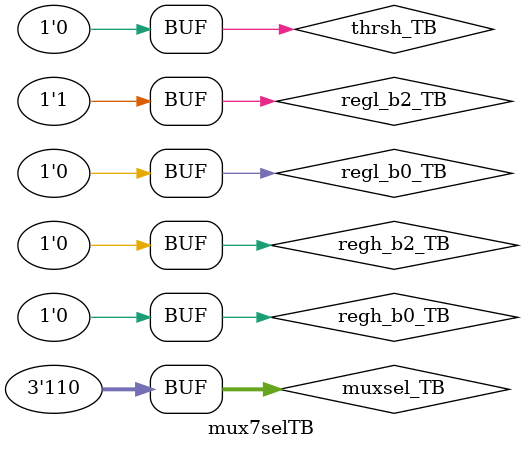
<source format=sv>
`timescale 1ns / 1ps


module mux7selTB();
    logic regl_b2_TB;
    logic regh_b2_TB;
    logic regl_b0_TB;
    logic regh_b0_TB;
    logic thrsh_TB;
    logic [2:0] muxsel_TB;
    logic selout_TB;
    
    mux7sel UUT ( .regl_b2(regl_b2_TB), .regh_b2(regh_b2_TB), .regl_b0(regl_b0_TB), .regh_b0(regh_b0_TB), .thrsh(thrsh_TB), .muxsel(muxsel_TB), .selout(selout_TB));

always begin
    
    // selecting 0(000) here so we expect output of 0
    #10  regl_b2_TB = 1'b0;
    regh_b2_TB = 1'b0;
    regl_b0_TB = 1'b0;
    regh_b0_TB = 1'b0;
    thrsh_TB = 1'b0;
    muxsel_TB = 3'b000;
    
     // selecting 1(001) here so we expect output of 1
    #10  regl_b2_TB = 1'b0;
    regh_b2_TB = 1'b0;
    regl_b0_TB = 1'b0;
    regh_b0_TB = 1'b0;
    thrsh_TB = 1'b0;
    muxsel_TB = 3'b001;
    
     // selecting 2(010) here so we expect output of whatever thrth is
    #10  regl_b2_TB = 1'b0;
    regh_b2_TB = 1'b0;
    regl_b0_TB = 1'b0;
    regh_b0_TB = 1'b0;
    thrsh_TB = 1'b1;
    muxsel_TB = 3'b010;
    
    // selecting 3(011) here so we expect output of regh_b0
    #10  regl_b2_TB = 1'b0;
    regh_b2_TB = 1'b0;
    regl_b0_TB = 1'b0;
    regh_b0_TB = 1'b1;
    thrsh_TB = 1'b0;
    muxsel_TB = 3'b011;
    
    // selecting 4(100) here so we expect output of regl_b0
    #10  regl_b2_TB = 1'b0;
    regh_b2_TB = 1'b0;
    regl_b0_TB = 1'b1;
    regh_b0_TB = 1'b0;
    thrsh_TB = 1'b0;
    muxsel_TB = 3'b100;
    
    // selecting 5(101) here so we expect output of regh_b2
    #10  regl_b2_TB = 1'b0;
    regh_b2_TB = 1'b1;
    regl_b0_TB = 1'b0;
    regh_b0_TB = 1'b0;
    thrsh_TB = 1'b0;
    muxsel_TB = 3'b101;
    
    // selecting 6(110) here so we expect output of regl_b2
    #10  regl_b2_TB = 1'b1;
    regh_b2_TB = 1'b0;
    regl_b0_TB = 1'b0;
    regh_b0_TB = 1'b0;
    thrsh_TB = 1'b0;
    muxsel_TB = 3'b110;
    
   end 
endmodule

</source>
